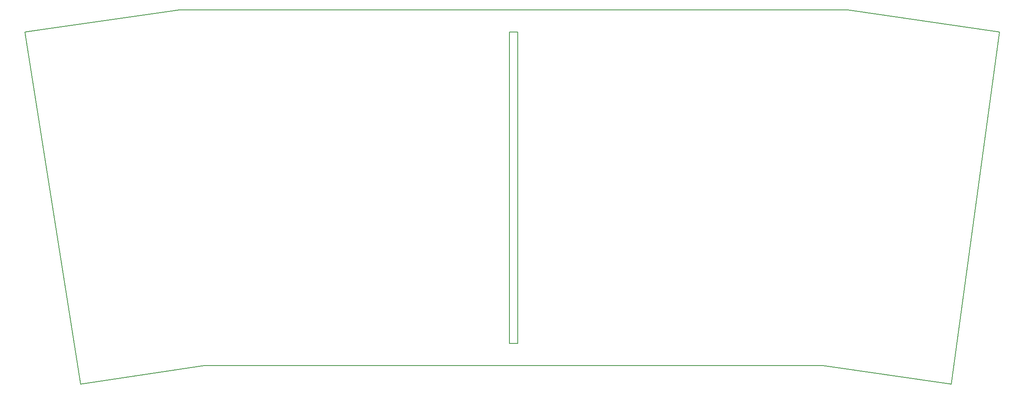
<source format=gbr>
%TF.GenerationSoftware,KiCad,Pcbnew,(7.0.0)*%
%TF.CreationDate,2024-02-16T21:37:32+01:00*%
%TF.ProjectId,tinyv pcb FFC,74696e79-7620-4706-9362-204646432e6b,rev?*%
%TF.SameCoordinates,Original*%
%TF.FileFunction,Profile,NP*%
%FSLAX46Y46*%
G04 Gerber Fmt 4.6, Leading zero omitted, Abs format (unit mm)*
G04 Created by KiCad (PCBNEW (7.0.0)) date 2024-02-16 21:37:32*
%MOMM*%
%LPD*%
G01*
G04 APERTURE LIST*
%TA.AperFunction,Profile*%
%ADD10C,0.200000*%
%TD*%
G04 APERTURE END LIST*
D10*
X219348002Y-97631308D02*
X246856250Y-101600000D01*
X152254255Y-97632050D02*
X86895878Y-97631308D01*
X246856250Y-101600000D02*
X257175000Y-26193750D01*
X152254255Y-97632050D02*
X153989625Y-97632050D01*
X60325000Y-101600000D02*
X86895878Y-97631308D01*
X48418750Y-26193750D02*
X60325000Y-101600000D01*
X219348002Y-97631308D02*
X153989625Y-97632050D01*
X152258114Y-26193750D02*
X152254255Y-92868750D01*
X152258114Y-21431250D02*
X81569173Y-21430057D01*
X81569173Y-21430057D02*
X48418750Y-26193750D01*
X224674707Y-21430057D02*
X152258114Y-21431250D01*
X152258114Y-26193750D02*
X153987500Y-26193750D01*
X152254255Y-92868750D02*
X153987500Y-92868750D01*
X257175000Y-26193750D02*
X224674707Y-21430057D01*
X153987500Y-92868750D02*
X153987500Y-26193750D01*
M02*

</source>
